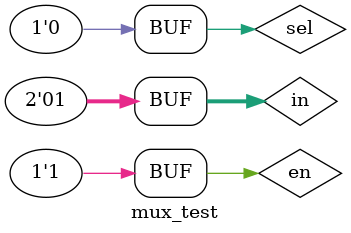
<source format=v>
module mux_test;
	reg [1:0] in;
	reg en, sel;
	wire out;

	mux2to1 uut(.in(in), .en(en), .sel(sel), .out(out));

	initial begin
		sel = 1'b0;
		#1 in = 2'b01; en = 1'b1; 
	end
endmodule

</source>
